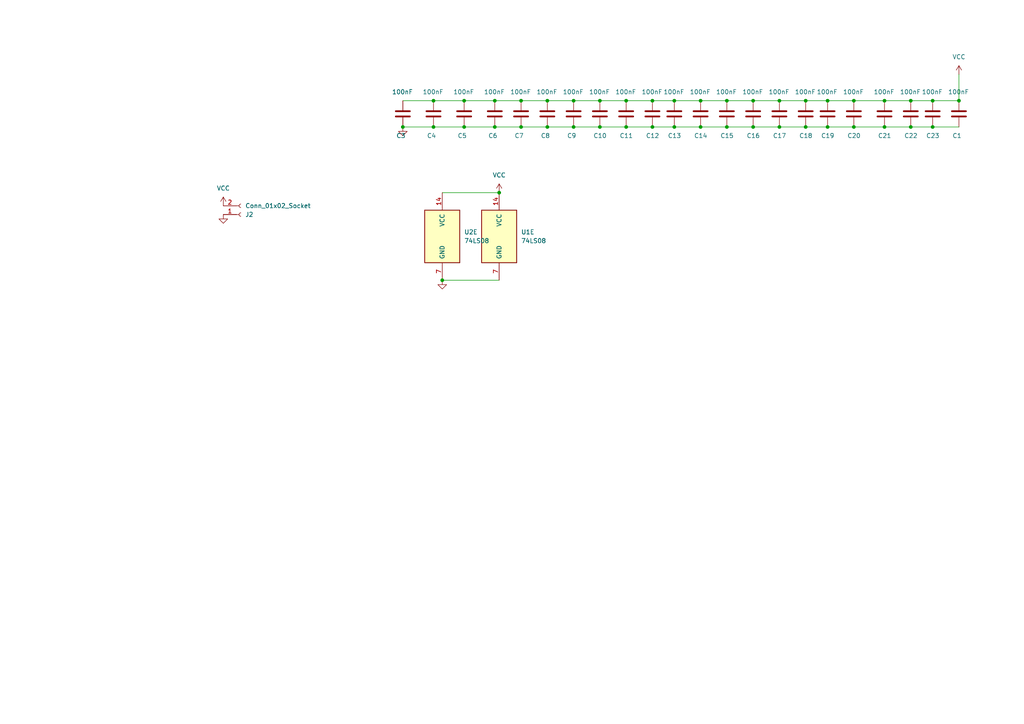
<source format=kicad_sch>
(kicad_sch (version 20250114) (generator "eeschema") (generator_version "9.0")
  (paper "A4")
  (lib_symbols
    (symbol "74xx:74LS08" (pin_names (offset 1.016))
      (property "Reference" "U" (at 0 1.27 0))
      (property "Value" "74LS08" (at 0 -1.27 0))
      (symbol "74LS08_1_1"
        (arc (start 0 3.81) (mid 3.7934 0) (end 0 -3.81) (stroke (width 0.254)) (fill (type background)))
        (polyline (pts (xy 0 3.81) (xy -3.81 3.81) (xy -3.81 -3.81) (xy 0 -3.81)) (stroke (width 0.254)) (fill (type background)))
        (pin input line (at -7.62 2.54 0) (length 3.81) (name "~") (number "1"))
        (pin input line (at -7.62 -2.54 0) (length 3.81) (name "~") (number "2"))
        (pin output line (at 7.62 0 180) (length 3.81) (name "~") (number "3"))
      )
      (symbol "74LS08_1_2"
        (arc (start -3.81 3.81) (mid -2.589 0) (end -3.81 -3.81) (stroke (width 0.254)))
        (polyline (pts (xy -3.81 3.81) (xy -0.635 3.81)) (stroke (width 0.254)) (fill (type background)))
        (polyline (pts (xy -3.81 -3.81) (xy -0.635 -3.81)) (stroke (width 0.254)) (fill (type background)))
        (arc (start 3.81 0) (mid 2.1855 -2.584) (end -0.6096 -3.81) (stroke (width 0.254)) (fill (type background)))
        (arc (start -0.6096 3.81) (mid 2.1928 2.5924) (end 3.81 0) (stroke (width 0.254)) (fill (type background)))
        (polyline (pts (xy -0.635 3.81) (xy -3.81 3.81) (xy -3.81 3.81) (xy -3.556 3.4036) (xy -3.0226 2.2606) (xy -2.6924 1.0414) (xy -2.6162 -0.254) (xy -2.7686 -1.4986) (xy -3.175 -2.7178) (xy -3.81 -3.81) (xy -3.81 -3.81) (xy -0.635 -3.81)) (stroke (width -25.4)) (fill (type background)))
        (pin input inverted (at -7.62 2.54 0) (length 4.318) (name "~") (number "1"))
        (pin input inverted (at -7.62 -2.54 0) (length 4.318) (name "~") (number "2"))
        (pin output inverted (at 7.62 0 180) (length 3.81) (name "~") (number "3"))
      )
      (symbol "74LS08_2_1"
        (arc (start 0 3.81) (mid 3.7934 0) (end 0 -3.81) (stroke (width 0.254)) (fill (type background)))
        (polyline (pts (xy 0 3.81) (xy -3.81 3.81) (xy -3.81 -3.81) (xy 0 -3.81)) (stroke (width 0.254)) (fill (type background)))
        (pin input line (at -7.62 2.54 0) (length 3.81) (name "~") (number "4"))
        (pin input line (at -7.62 -2.54 0) (length 3.81) (name "~") (number "5"))
        (pin output line (at 7.62 0 180) (length 3.81) (name "~") (number "6"))
      )
      (symbol "74LS08_2_2"
        (arc (start -3.81 3.81) (mid -2.589 0) (end -3.81 -3.81) (stroke (width 0.254)))
        (polyline (pts (xy -3.81 3.81) (xy -0.635 3.81)) (stroke (width 0.254)) (fill (type background)))
        (polyline (pts (xy -3.81 -3.81) (xy -0.635 -3.81)) (stroke (width 0.254)) (fill (type background)))
        (arc (start 3.81 0) (mid 2.1855 -2.584) (end -0.6096 -3.81) (stroke (width 0.254)) (fill (type background)))
        (arc (start -0.6096 3.81) (mid 2.1928 2.5924) (end 3.81 0) (stroke (width 0.254)) (fill (type background)))
        (polyline (pts (xy -0.635 3.81) (xy -3.81 3.81) (xy -3.81 3.81) (xy -3.556 3.4036) (xy -3.0226 2.2606) (xy -2.6924 1.0414) (xy -2.6162 -0.254) (xy -2.7686 -1.4986) (xy -3.175 -2.7178) (xy -3.81 -3.81) (xy -3.81 -3.81) (xy -0.635 -3.81)) (stroke (width -25.4)) (fill (type background)))
        (pin input inverted (at -7.62 2.54 0) (length 4.318) (name "~") (number "4"))
        (pin input inverted (at -7.62 -2.54 0) (length 4.318) (name "~") (number "5"))
        (pin output inverted (at 7.62 0 180) (length 3.81) (name "~") (number "6"))
      )
      (symbol "74LS08_3_1"
        (arc (start 0 3.81) (mid 3.7934 0) (end 0 -3.81) (stroke (width 0.254)) (fill (type background)))
        (polyline (pts (xy 0 3.81) (xy -3.81 3.81) (xy -3.81 -3.81) (xy 0 -3.81)) (stroke (width 0.254)) (fill (type background)))
        (pin input line (at -7.62 2.54 0) (length 3.81) (name "~") (number "9"))
        (pin input line (at -7.62 -2.54 0) (length 3.81) (name "~") (number "10"))
        (pin output line (at 7.62 0 180) (length 3.81) (name "~") (number "8"))
      )
      (symbol "74LS08_3_2"
        (arc (start -3.81 3.81) (mid -2.589 0) (end -3.81 -3.81) (stroke (width 0.254)))
        (polyline (pts (xy -3.81 3.81) (xy -0.635 3.81)) (stroke (width 0.254)) (fill (type background)))
        (polyline (pts (xy -3.81 -3.81) (xy -0.635 -3.81)) (stroke (width 0.254)) (fill (type background)))
        (arc (start 3.81 0) (mid 2.1855 -2.584) (end -0.6096 -3.81) (stroke (width 0.254)) (fill (type background)))
        (arc (start -0.6096 3.81) (mid 2.1928 2.5924) (end 3.81 0) (stroke (width 0.254)) (fill (type background)))
        (polyline (pts (xy -0.635 3.81) (xy -3.81 3.81) (xy -3.81 3.81) (xy -3.556 3.4036) (xy -3.0226 2.2606) (xy -2.6924 1.0414) (xy -2.6162 -0.254) (xy -2.7686 -1.4986) (xy -3.175 -2.7178) (xy -3.81 -3.81) (xy -3.81 -3.81) (xy -0.635 -3.81)) (stroke (width -25.4)) (fill (type background)))
        (pin input inverted (at -7.62 2.54 0) (length 4.318) (name "~") (number "9"))
        (pin input inverted (at -7.62 -2.54 0) (length 4.318) (name "~") (number "10"))
        (pin output inverted (at 7.62 0 180) (length 3.81) (name "~") (number "8"))
      )
      (symbol "74LS08_4_1"
        (arc (start 0 3.81) (mid 3.7934 0) (end 0 -3.81) (stroke (width 0.254)) (fill (type background)))
        (polyline (pts (xy 0 3.81) (xy -3.81 3.81) (xy -3.81 -3.81) (xy 0 -3.81)) (stroke (width 0.254)) (fill (type background)))
        (pin input line (at -7.62 2.54 0) (length 3.81) (name "~") (number "12"))
        (pin input line (at -7.62 -2.54 0) (length 3.81) (name "~") (number "13"))
        (pin output line (at 7.62 0 180) (length 3.81) (name "~") (number "11"))
      )
      (symbol "74LS08_4_2"
        (arc (start -3.81 3.81) (mid -2.589 0) (end -3.81 -3.81) (stroke (width 0.254)))
        (polyline (pts (xy -3.81 3.81) (xy -0.635 3.81)) (stroke (width 0.254)) (fill (type background)))
        (polyline (pts (xy -3.81 -3.81) (xy -0.635 -3.81)) (stroke (width 0.254)) (fill (type background)))
        (arc (start 3.81 0) (mid 2.1855 -2.584) (end -0.6096 -3.81) (stroke (width 0.254)) (fill (type background)))
        (arc (start -0.6096 3.81) (mid 2.1928 2.5924) (end 3.81 0) (stroke (width 0.254)) (fill (type background)))
        (polyline (pts (xy -0.635 3.81) (xy -3.81 3.81) (xy -3.81 3.81) (xy -3.556 3.4036) (xy -3.0226 2.2606) (xy -2.6924 1.0414) (xy -2.6162 -0.254) (xy -2.7686 -1.4986) (xy -3.175 -2.7178) (xy -3.81 -3.81) (xy -3.81 -3.81) (xy -0.635 -3.81)) (stroke (width -25.4)) (fill (type background)))
        (pin input inverted (at -7.62 2.54 0) (length 4.318) (name "~") (number "12"))
        (pin input inverted (at -7.62 -2.54 0) (length 4.318) (name "~") (number "13"))
        (pin output inverted (at 7.62 0 180) (length 3.81) (name "~") (number "11"))
      )
      (symbol "74LS08_5_0"
        (pin power_in line (at 0 12.7 270) (length 5.08) (name "VCC") (number "14"))
        (pin power_in line (at 0 -12.7 90) (length 5.08) (name "GND") (number "7"))
      )
      (symbol "74LS08_5_1"
        (rectangle (start -5.08 7.62) (end 5.08 -7.62) (stroke (width 0.254)) (fill (type background)))
      )
    )
    (symbol "Connector:Conn_01x02_Socket" (pin_names (offset 1.016) (hide yes))
      (property "Reference" "J" (at 0 2.54 0))
      (property "Value" "Conn_01x02_Socket" (at 0 -5.08 0))
      (symbol "Conn_01x02_Socket_1_1"
        (polyline (pts (xy -1.27 0) (xy -0.508 0)) (stroke (width 0.1524)))
        (polyline (pts (xy -1.27 -2.54) (xy -0.508 -2.54)) (stroke (width 0.1524)))
        (arc (start 0 -0.508) (mid -0.5058 0) (end 0 0.508) (stroke (width 0.1524)))
        (arc (start 0 -3.048) (mid -0.5058 -2.54) (end 0 -2.032) (stroke (width 0.1524)))
        (pin passive line (at -5.08 0 0) (length 3.81) (name "Pin_1") (number "1"))
        (pin passive line (at -5.08 -2.54 0) (length 3.81) (name "Pin_2") (number "2"))
      )
    )
    (symbol "Device:C" (pin_numbers (hide yes)) (pin_names (offset 0.254))
      (property "Reference" "C" (at 0.635 2.54 0))
      (property "Value" "C" (at 0.635 -2.54 0))
      (symbol "C_0_1"
        (polyline (pts (xy -2.032 0.762) (xy 2.032 0.762)) (stroke (width 0.508)))
        (polyline (pts (xy -2.032 -0.762) (xy 2.032 -0.762)) (stroke (width 0.508)))
      )
      (symbol "C_1_1"
        (pin passive line (at 0 3.81 270) (length 2.794) (name "~") (number "1"))
        (pin passive line (at 0 -3.81 90) (length 2.794) (name "~") (number "2"))
      )
    )
    (symbol "power:GND" (power) (pin_names (offset 0))
      (property "Value" "GND" (at 0 -3.81 0))
      (symbol "GND_0_1"
        (polyline (pts (xy 0 0) (xy 0 -1.27) (xy 1.27 -1.27) (xy 0 -2.54) (xy -1.27 -1.27) (xy 0 -1.27)))
      )
      (symbol "GND_1_1"
        (pin power_in line (at 0 0 270) (length 0) (hide yes) (name "GND") (number "1"))
      )
    )
    (symbol "power:VCC" (power) (pin_names (offset 0))
      (property "Value" "VCC" (at 0 3.81 0))
      (symbol "VCC_0_1"
        (polyline (pts (xy -0.762 1.27) (xy 0 2.54)))
        (polyline (pts (xy 0 2.54) (xy 0.762 1.27)))
        (polyline (pts (xy 0 0) (xy 0 2.54)))
      )
      (symbol "VCC_1_1"
        (pin power_in line (at 0 0 90) (length 0) (hide yes) (name "VCC") (number "1"))
      )
    )
  )
  (junction (at 226.06 29.21))
  (junction (at 247.65 29.21))
  (junction (at 143.51 36.83))
  (junction (at 195.58 36.83))
  (junction (at 218.44 36.83))
  (junction (at 134.62 36.83))
  (junction (at 134.62 29.21))
  (junction (at 210.82 29.21))
  (junction (at 143.51 29.21))
  (junction (at 173.99 36.83))
  (junction (at 189.23 29.21))
  (junction (at 203.2 29.21))
  (junction (at 158.75 36.83))
  (junction (at 210.82 36.83))
  (junction (at 158.75 29.21))
  (junction (at 166.37 36.83))
  (junction (at 264.16 36.83))
  (junction (at 173.99 29.21))
  (junction (at 270.51 29.21))
  (junction (at 166.37 29.21))
  (junction (at 240.03 29.21))
  (junction (at 256.54 29.21))
  (junction (at 189.23 36.83))
  (junction (at 144.78 55.88))
  (junction (at 264.16 29.21))
  (junction (at 181.61 36.83))
  (junction (at 151.13 36.83))
  (junction (at 226.06 36.83))
  (junction (at 247.65 36.83))
  (junction (at 125.73 29.21))
  (junction (at 270.51 36.83))
  (junction (at 278.13 29.21))
  (junction (at 256.54 36.83))
  (junction (at 195.58 29.21))
  (junction (at 218.44 29.21))
  (junction (at 233.68 36.83))
  (junction (at 181.61 29.21))
  (junction (at 203.2 36.83))
  (junction (at 125.73 36.83))
  (junction (at 151.13 29.21))
  (junction (at 116.84 36.83))
  (junction (at 240.03 36.83))
  (junction (at 128.27 81.28))
  (junction (at 233.68 29.21))
  (wire (pts (xy 128.27 55.88) (xy 144.78 55.88)))
  (wire (pts (xy 181.61 36.83) (xy 189.23 36.83)))
  (wire (pts (xy 218.44 29.21) (xy 226.06 29.21)))
  (wire (pts (xy 134.62 36.83) (xy 143.51 36.83)))
  (wire (pts (xy 166.37 29.21) (xy 173.99 29.21)))
  (wire (pts (xy 270.51 29.21) (xy 278.13 29.21)))
  (wire (pts (xy 189.23 36.83) (xy 195.58 36.83)))
  (wire (pts (xy 125.73 29.21) (xy 134.62 29.21)))
  (wire (pts (xy 264.16 29.21) (xy 256.54 29.21)))
  (wire (pts (xy 203.2 36.83) (xy 210.82 36.83)))
  (wire (pts (xy 125.73 29.21) (xy 116.84 29.21)))
  (wire (pts (xy 195.58 29.21) (xy 203.2 29.21)))
  (wire (pts (xy 210.82 36.83) (xy 218.44 36.83)))
  (wire (pts (xy 116.84 36.83) (xy 125.73 36.83)))
  (wire (pts (xy 278.13 21.59) (xy 278.13 29.21)))
  (wire (pts (xy 128.27 81.28) (xy 144.78 81.28)))
  (wire (pts (xy 247.65 29.21) (xy 256.54 29.21)))
  (wire (pts (xy 240.03 36.83) (xy 247.65 36.83)))
  (wire (pts (xy 270.51 36.83) (xy 278.13 36.83)))
  (wire (pts (xy 247.65 36.83) (xy 256.54 36.83)))
  (wire (pts (xy 264.16 36.83) (xy 270.51 36.83)))
  (wire (pts (xy 233.68 36.83) (xy 240.03 36.83)))
  (wire (pts (xy 134.62 29.21) (xy 143.51 29.21)))
  (wire (pts (xy 166.37 36.83) (xy 173.99 36.83)))
  (wire (pts (xy 226.06 29.21) (xy 233.68 29.21)))
  (wire (pts (xy 158.75 29.21) (xy 166.37 29.21)))
  (wire (pts (xy 195.58 36.83) (xy 203.2 36.83)))
  (wire (pts (xy 264.16 29.21) (xy 270.51 29.21)))
  (wire (pts (xy 173.99 29.21) (xy 181.61 29.21)))
  (wire (pts (xy 256.54 36.83) (xy 264.16 36.83)))
  (wire (pts (xy 166.37 36.83) (xy 158.75 36.83)))
  (wire (pts (xy 143.51 29.21) (xy 151.13 29.21)))
  (wire (pts (xy 151.13 29.21) (xy 158.75 29.21)))
  (wire (pts (xy 195.58 29.21) (xy 189.23 29.21)))
  (wire (pts (xy 151.13 36.83) (xy 158.75 36.83)))
  (wire (pts (xy 218.44 36.83) (xy 226.06 36.83)))
  (wire (pts (xy 210.82 29.21) (xy 218.44 29.21)))
  (wire (pts (xy 181.61 29.21) (xy 189.23 29.21)))
  (wire (pts (xy 233.68 29.21) (xy 240.03 29.21)))
  (wire (pts (xy 240.03 29.21) (xy 247.65 29.21)))
  (wire (pts (xy 226.06 36.83) (xy 233.68 36.83)))
  (wire (pts (xy 143.51 36.83) (xy 151.13 36.83)))
  (wire (pts (xy 125.73 36.83) (xy 134.62 36.83)))
  (wire (pts (xy 203.2 29.21) (xy 210.82 29.21)))
  (wire (pts (xy 173.99 36.83) (xy 181.61 36.83)))
  (symbol (lib_id "Device:C") (at 125.73 33.02 0) (unit 1)
    (property "Reference" "C4" (at 123.825 39.37 0) (effects (justify left)))
    (property "Value" "100nF" (at 122.555 26.67 0) (effects (justify left)))
    (property "Footprint" "Capacitor_SMD:C_0805_2012Metric_Pad1.18x1.45mm_HandSolder" (effects (hide yes)))
  )
  (symbol (lib_id "Device:C") (at 240.03 33.02 0) (unit 1)
    (property "Reference" "C19" (at 238.125 39.37 0) (effects (justify left)))
    (property "Value" "100nF" (at 236.855 26.67 0) (effects (justify left)))
    (property "Footprint" "Capacitor_SMD:C_0805_2012Metric_Pad1.18x1.45mm_HandSolder" (effects (hide yes)))
  )
  (symbol (lib_id "Device:C") (at 218.44 33.02 0) (unit 1)
    (property "Reference" "C16" (at 216.535 39.37 0) (effects (justify left)))
    (property "Value" "100nF" (at 215.265 26.67 0) (effects (justify left)))
    (property "Footprint" "Capacitor_SMD:C_0805_2012Metric_Pad1.18x1.45mm_HandSolder" (effects (hide yes)))
  )
  (symbol (lib_id "Device:C") (at 264.16 33.02 0) (unit 1)
    (property "Reference" "C22" (at 262.255 39.37 0) (effects (justify left)))
    (property "Value" "100nF" (at 260.985 26.67 0) (effects (justify left)))
    (property "Footprint" "Capacitor_SMD:C_0805_2012Metric_Pad1.18x1.45mm_HandSolder" (effects (hide yes)))
  )
  (symbol (lib_id "Device:C") (at 189.23 33.02 0) (unit 1)
    (property "Reference" "C12" (at 187.325 39.37 0) (effects (justify left)))
    (property "Value" "100nF" (at 186.055 26.67 0) (effects (justify left)))
    (property "Footprint" "Capacitor_SMD:C_0805_2012Metric_Pad1.18x1.45mm_HandSolder" (effects (hide yes)))
  )
  (symbol (lib_id "Device:C") (at 203.2 33.02 0) (unit 1)
    (property "Reference" "C14" (at 201.295 39.37 0) (effects (justify left)))
    (property "Value" "100nF" (at 200.025 26.67 0) (effects (justify left)))
    (property "Footprint" "Capacitor_SMD:C_0805_2012Metric_Pad1.18x1.45mm_HandSolder" (effects (hide yes)))
  )
  (symbol (lib_id "Device:C") (at 181.61 33.02 0) (unit 1)
    (property "Reference" "C11" (at 179.705 39.37 0) (effects (justify left)))
    (property "Value" "100nF" (at 178.435 26.67 0) (effects (justify left)))
    (property "Footprint" "Capacitor_SMD:C_0805_2012Metric_Pad1.18x1.45mm_HandSolder" (effects (hide yes)))
  )
  (symbol (lib_id "Device:C") (at 210.82 33.02 0) (unit 1)
    (property "Reference" "C15" (at 208.915 39.37 0) (effects (justify left)))
    (property "Value" "100nF" (at 207.645 26.67 0) (effects (justify left)))
    (property "Footprint" "Capacitor_SMD:C_0805_2012Metric_Pad1.18x1.45mm_HandSolder" (effects (hide yes)))
  )
  (symbol (lib_id "Device:C") (at 247.65 33.02 0) (unit 1)
    (property "Reference" "C20" (at 245.745 39.37 0) (effects (justify left)))
    (property "Value" "100nF" (at 244.475 26.67 0) (effects (justify left)))
    (property "Footprint" "Capacitor_SMD:C_0805_2012Metric_Pad1.18x1.45mm_HandSolder" (effects (hide yes)))
  )
  (symbol (lib_id "74xx:74LS08") (at 144.78 68.58 0) (unit 5)
    (property "Reference" "U1" (at 151.13 67.3099 0) (effects (justify left)))
    (property "Value" "74LS08" (at 151.13 69.8499 0) (effects (justify left)))
    (property "Footprint" "Package_SO:SO-14_3.9x8.65mm_P1.27mm" (effects (hide yes)))
    (property "Datasheet" "http://www.ti.com/lit/gpn/sn74LS08" (effects (hide yes)))
    (property "Description" "Quad And2" (effects (hide yes)))
  )
  (symbol (lib_id "Device:C") (at 116.84 33.02 0) (unit 1)
    (property "Reference" "C3" (at 114.935 39.37 0) (effects (justify left)))
    (property "Value" "100nF" (at 113.665 26.67 0) (effects (justify left)))
    (property "Footprint" "Capacitor_SMD:C_0805_2012Metric_Pad1.18x1.45mm_HandSolder" (effects (hide yes)))
  )
  (symbol (lib_id "Device:C") (at 143.51 33.02 0) (unit 1)
    (property "Reference" "C6" (at 141.605 39.37 0) (effects (justify left)))
    (property "Value" "100nF" (at 140.335 26.67 0) (effects (justify left)))
    (property "Footprint" "Capacitor_SMD:C_0805_2012Metric_Pad1.18x1.45mm_HandSolder" (effects (hide yes)))
  )
  (symbol (lib_id "Device:C") (at 158.75 33.02 0) (unit 1)
    (property "Reference" "C8" (at 156.845 39.37 0) (effects (justify left)))
    (property "Value" "100nF" (at 155.575 26.67 0) (effects (justify left)))
    (property "Footprint" "Capacitor_SMD:C_0805_2012Metric_Pad1.18x1.45mm_HandSolder" (effects (hide yes)))
  )
  (symbol (lib_id "Device:C") (at 195.58 33.02 0) (unit 1)
    (property "Reference" "C13" (at 193.675 39.37 0) (effects (justify left)))
    (property "Value" "100nF" (at 192.405 26.67 0) (effects (justify left)))
    (property "Footprint" "Capacitor_SMD:C_0805_2012Metric_Pad1.18x1.45mm_HandSolder" (effects (hide yes)))
  )
  (symbol (lib_id "Device:C") (at 278.13 33.02 0) (unit 1)
    (property "Reference" "C1" (at 276.225 39.37 0) (effects (justify left)))
    (property "Value" "100nF" (at 274.955 26.67 0) (effects (justify left)))
    (property "Footprint" "Capacitor_SMD:C_0805_2012Metric_Pad1.18x1.45mm_HandSolder" (effects (hide yes)))
  )
  (symbol (lib_id "Device:C") (at 256.54 33.02 0) (unit 1)
    (property "Reference" "C21" (at 254.635 39.37 0) (effects (justify left)))
    (property "Value" "100nF" (at 253.365 26.67 0) (effects (justify left)))
    (property "Footprint" "Capacitor_SMD:C_0805_2012Metric_Pad1.18x1.45mm_HandSolder" (effects (hide yes)))
  )
  (symbol (lib_id "power:VCC") (at 64.77 59.69 0) (unit 1)
    (property "Reference" "#PWR042" (effects (hide yes)))
    (property "Value" "VCC" (at 64.77 54.61 0))
  )
  (symbol (lib_id "Device:C") (at 151.13 33.02 0) (unit 1)
    (property "Reference" "C7" (at 149.225 39.37 0) (effects (justify left)))
    (property "Value" "100nF" (at 147.955 26.67 0) (effects (justify left)))
    (property "Footprint" "Capacitor_SMD:C_0805_2012Metric_Pad1.18x1.45mm_HandSolder" (effects (hide yes)))
  )
  (symbol (lib_id "Device:C") (at 270.51 33.02 0) (unit 1)
    (property "Reference" "C23" (at 268.605 39.37 0) (effects (justify left)))
    (property "Value" "100nF" (at 267.335 26.67 0) (effects (justify left)))
    (property "Footprint" "Capacitor_SMD:C_0805_2012Metric_Pad1.18x1.45mm_HandSolder" (effects (hide yes)))
  )
  (symbol (lib_id "Device:C") (at 134.62 33.02 0) (unit 1)
    (property "Reference" "C5" (at 132.715 39.37 0) (effects (justify left)))
    (property "Value" "100nF" (at 131.445 26.67 0) (effects (justify left)))
    (property "Footprint" "Capacitor_SMD:C_0805_2012Metric_Pad1.18x1.45mm_HandSolder" (effects (hide yes)))
  )
  (symbol (lib_id "Device:C") (at 173.99 33.02 0) (unit 1)
    (property "Reference" "C10" (at 172.085 39.37 0) (effects (justify left)))
    (property "Value" "100nF" (at 170.815 26.67 0) (effects (justify left)))
    (property "Footprint" "Capacitor_SMD:C_0805_2012Metric_Pad1.18x1.45mm_HandSolder" (effects (hide yes)))
  )
  (symbol (lib_id "Device:C") (at 166.37 33.02 0) (unit 1)
    (property "Reference" "C9" (at 164.465 39.37 0) (effects (justify left)))
    (property "Value" "100nF" (at 163.195 26.67 0) (effects (justify left)))
    (property "Footprint" "Capacitor_SMD:C_0805_2012Metric_Pad1.18x1.45mm_HandSolder" (effects (hide yes)))
  )
  (symbol (lib_id "power:GND") (at 128.27 81.28 0) (unit 1)
    (property "Reference" "#PWR024" (effects (hide yes)))
    (property "Value" "GND" (effects (hide yes)))
  )
  (symbol (lib_id "Device:C") (at 233.68 33.02 0) (unit 1)
    (property "Reference" "C18" (at 231.775 39.37 0) (effects (justify left)))
    (property "Value" "100nF" (at 230.505 26.67 0) (effects (justify left)))
    (property "Footprint" "Capacitor_SMD:C_0805_2012Metric_Pad1.18x1.45mm_HandSolder" (effects (hide yes)))
  )
  (symbol (lib_id "power:VCC") (at 278.13 21.59 0) (unit 1)
    (property "Reference" "#PWR040" (effects (hide yes)))
    (property "Value" "VCC" (at 278.13 16.51 0))
  )
  (symbol (lib_id "power:GND") (at 116.84 36.83 0) (unit 1)
    (property "Reference" "#PWR023" (effects (hide yes)))
    (property "Value" "GND" (effects (hide yes)))
  )
  (symbol (lib_id "power:VCC") (at 144.78 55.88 0) (unit 1)
    (property "Reference" "#PWR041" (effects (hide yes)))
    (property "Value" "VCC" (at 144.78 50.8 0))
  )
  (symbol (lib_id "Connector:Conn_01x02_Socket") (at 69.85 62.23 0) (mirror x) (unit 1)
    (property "Reference" "J2" (at 71.12 62.2301 0) (effects (justify left)))
    (property "Value" "Conn_01x02_Socket" (at 71.12 59.6901 0) (effects (justify left)))
    (property "Footprint" "Connector_PinSocket_2.54mm:PinSocket_1x02_P2.54mm_Vertical" (effects (hide yes)))
    (property "Description" "Generic connector, single row, 01x02, script generated" (effects (hide yes)))
  )
  (symbol (lib_id "Device:C") (at 226.06 33.02 0) (unit 1)
    (property "Reference" "C17" (at 224.155 39.37 0) (effects (justify left)))
    (property "Value" "100nF" (at 222.885 26.67 0) (effects (justify left)))
    (property "Footprint" "Capacitor_SMD:C_0805_2012Metric_Pad1.18x1.45mm_HandSolder" (effects (hide yes)))
  )
  (symbol (lib_id "74xx:74LS08") (at 128.27 68.58 0) (unit 5)
    (property "Reference" "U2" (at 134.62 67.3099 0) (effects (justify left)))
    (property "Value" "74LS08" (at 134.62 69.8499 0) (effects (justify left)))
    (property "Footprint" "Package_SO:SO-14_3.9x8.65mm_P1.27mm" (effects (hide yes)))
    (property "Datasheet" "http://www.ti.com/lit/gpn/sn74LS08" (effects (hide yes)))
    (property "Description" "Quad And2" (effects (hide yes)))
  )
  (symbol (lib_id "power:GND") (at 64.77 62.23 0) (unit 1)
    (property "Reference" "#PWR028" (effects (hide yes)))
    (property "Value" "GND" (effects (hide yes)))
  )
)
</source>
